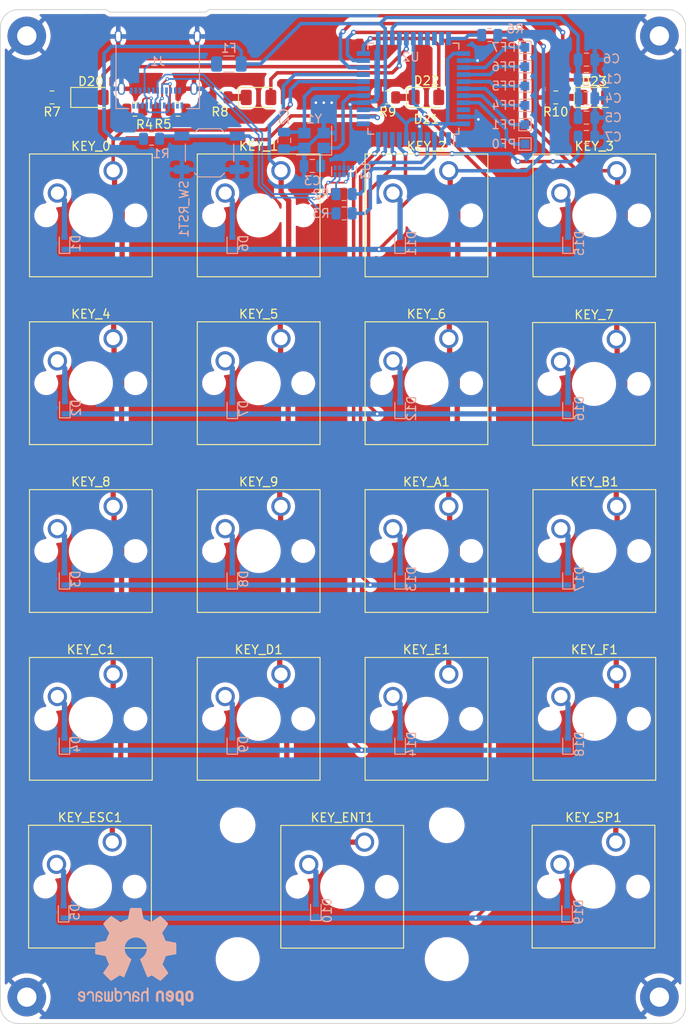
<source format=kicad_pcb>
(kicad_pcb (version 20210228) (generator pcbnew)
  (title_block (title "KiPad") (date "2021-04-15") (rev "A") (company "Brian S. Hong"))
  (layers (0 "F.Cu" signal) (31 "B.Cu" signal) (34 "B.Paste" user) (35 "F.Paste" user) (36 "B.SilkS" user "B.Silkscreen") (37 "F.SilkS" user "F.Silkscreen") (38 "B.Mask" user) (39 "F.Mask" user) (44 "Edge.Cuts" user))
  (net 0 "")
  (net 1 "GND")
  (net 2 "+5V")
  (net 3 "/XTAL1")
  (net 4 "/XTAL2")
  (net 5 "Net-(C7-Pad1)")
  (net 6 "/ROW0")
  (net 7 "/ROW1")
  (net 8 "/ROW2")
  (net 9 "/ROW3")
  (net 10 "/ROW4")
  (net 11 "Net-(D20-Pad2)")
  (net 12 "Net-(D20-Pad1)")
  (net 13 "Net-(D21-Pad2)")
  (net 14 "Net-(D21-Pad1)")
  (net 15 "Net-(D22-Pad2)")
  (net 16 "Net-(D22-Pad1)")
  (net 17 "Net-(D23-Pad2)")
  (net 18 "Net-(D23-Pad1)")
  (net 19 "VBUS")
  (net 21 "/DN")
  (net 22 "/DP")
  (net 23 "Net-(J1-PadB5)")
  (net 25 "Net-(J1-PadA5)")
  (net 26 "/COL0")
  (net 27 "/COL1")
  (net 28 "/COL2")
  (net 29 "/COL3")
  (net 30 "/RESET")
  (net 31 "Net-(R2-Pad2)")
  (net 32 "Net-(R3-Pad1)")
  (net 33 "Net-(R6-Pad1)")
  (net 34 "Net-(D1-Pad2)")
  (net 35 "Net-(D2-Pad2)")
  (net 36 "Net-(D3-Pad2)")
  (net 37 "Net-(D4-Pad2)")
  (net 39 "Net-(D5-Pad2)")
  (net 40 "Net-(D6-Pad2)")
  (net 41 "Net-(D7-Pad2)")
  (net 42 "Net-(D8-Pad2)")
  (net 43 "Net-(D9-Pad2)")
  (net 44 "Net-(D10-Pad2)")
  (net 55 "Net-(D11-Pad2)")
  (net 56 "Net-(D12-Pad2)")
  (net 57 "Net-(D13-Pad2)")
  (net 58 "Net-(D14-Pad2)")
  (net 59 "Net-(D15-Pad2)")
  (net 60 "Net-(D16-Pad2)")
  (net 61 "Net-(D17-Pad2)")
  (net 62 "Net-(D18-Pad2)")
  (net 63 "Net-(D19-Pad2)")
  (net 64 "Net-(PF0-Pad1)")
  (net 65 "Net-(PF1-Pad1)")
  (net 66 "Net-(PF4-Pad1)")
  (net 67 "Net-(PF5-Pad1)")
  (net 68 "Net-(PF6-Pad1)")
  (net 69 "Net-(PF7-Pad1)")
  (footprint "Button_Switch_Keyboard:SW_Cherry_MX_1.00u_PCB" (layer "F.Cu") (at 94.93 68.046)
    (fp_text reference "KEY_5")
    (fp_text value "SW_SPST")
  )
  (footprint "Button_Switch_Keyboard:SW_Cherry_MX_1.00u_PCB" (layer "F.Cu") (at 114.03 87.146)
    (fp_text reference "KEY_A1")
    (fp_text value "SW_SPST")
  )
  (footprint "Button_Switch_Keyboard:SW_Cherry_MX_1.00u_PCB" (layer "F.Cu") (at 133.04 125.346)
    (fp_text reference "KEY_SP1")
    (fp_text value "SW_SPST")
  )
  (footprint "Button_Switch_Keyboard:SW_Cherry_MX_1.00u_PCB" (layer "F.Cu") (at 133.14 87.146)
    (fp_text reference "KEY_B1")
    (fp_text value "SW_SPST")
  )
  (footprint "Resistor_SMD:R_0805_2012Metric" (layer "F.Cu") (at 107.0775 40.6 180)
    (fp_text reference "R9")
    (fp_text value "470")
  )
  (footprint "MountingHole:MountingHole_2.2mm_M2_Pad" (layer "F.Cu") (at 138 33.6)
    (fp_text reference "H2" hide)
    (fp_text value "MountingHole_Pad" hide)
  )
  (footprint "Button_Switch_Keyboard:SW_Cherry_MX_1.00u_PCB" (layer "F.Cu") (at 75.83 106.246)
    (fp_text reference "KEY_C1")
    (fp_text value "SW_SPST")
  )
  (footprint "MountingHole:MountingHole_2.2mm_M2_Pad" (layer "F.Cu") (at 138 143)
    (fp_text reference "H3" hide)
    (fp_text value "MountingHole_Pad" hide)
  )
  (footprint "LED_SMD:LED_1206_3216Metric" (layer "F.Cu") (at 111.49 40.6)
    (fp_text reference "D22")
    (fp_text value "L2")
  )
  (footprint "Resistor_SMD:R_0805_2012Metric" (layer "F.Cu") (at 87.99 40.6 180)
    (fp_text reference "R8")
    (fp_text value "470")
  )
  (footprint "Button_Switch_Keyboard:SW_Cherry_MX_1.00u_PCB" (layer "F.Cu") (at 114.03 68.046)
    (fp_text reference "KEY_6")
    (fp_text value "SW_SPST")
  )
  (footprint "Resistor_SMD:R_0805_2012Metric" (layer "F.Cu") (at 68.8775 40.6 180)
    (fp_text reference "R7")
    (fp_text value "470")
  )
  (footprint "Button_Switch_Keyboard:SW_Cherry_MX_1.00u_PCB" (layer "F.Cu") (at 114.03 48.946)
    (fp_text reference "KEY_2")
    (fp_text value "SW_SPST")
  )
  (footprint "Button_Switch_Keyboard:SW_Cherry_MX_1.00u_PCB" (layer "F.Cu") (at 94.93 106.246)
    (fp_text reference "KEY_D1")
    (fp_text value "SW_SPST")
  )
  (footprint "Resistor_SMD:R_0805_2012Metric" (layer "F.Cu") (at 83.2125 42 180)
    (fp_text reference "R5")
    (fp_text value "5.1k")
  )
  (footprint "LED_SMD:LED_1206_3216Metric" (layer "F.Cu") (at 73.29 40.6)
    (fp_text reference "D20")
    (fp_text value "L0")
  )
  (footprint "LED_SMD:LED_1206_3216Metric" (layer "F.Cu") (at 92.3775 40.6)
    (fp_text reference "D21")
    (fp_text value "L1")
  )
  (footprint "LED_SMD:LED_1206_3216Metric" (layer "F.Cu") (at 130.59 40.6)
    (fp_text reference "D23")
    (fp_text value "L3")
  )
  (footprint "Button_Switch_Keyboard:SW_Cherry_MX_1.00u_PCB" (layer "F.Cu") (at 133.14 106.246)
    (fp_text reference "KEY_F1")
    (fp_text value "SW_SPST")
  )
  (footprint "Button_Switch_Keyboard:SW_Cherry_MX_1.00u_PCB" (layer "F.Cu") (at 94.93 48.946)
    (fp_text reference "KEY_1")
    (fp_text value "SW_SPST")
  )
  (footprint "Button_Switch_Keyboard:SW_Cherry_MX_1.00u_PCB" (layer "F.Cu") (at 133.14 48.946)
    (fp_text reference "KEY_3")
    (fp_text value "SW_SPST")
  )
  (footprint "Resistor_SMD:R_0805_2012Metric" (layer "F.Cu") (at 126.2025 40.6 180)
    (fp_text reference "R10")
    (fp_text value "470")
  )
  (footprint "MountingHole:MountingHole_2.2mm_M2_Pad" (layer "F.Cu") (at 66 143)
    (fp_text reference "H4" hide)
    (fp_text value "MountingHole_Pad" hide)
  )
  (footprint "Button_Switch_Keyboard:SW_Cherry_MX_1.00u_PCB" (layer "F.Cu") (at 75.73 125.346)
    (fp_text reference "KEY_ESC1")
    (fp_text value "SW_SPST")
  )
  (footprint "Button_Switch_Keyboard:SW_Cherry_MX_1.00u_PCB" (layer "F.Cu") (at 114.03 106.246)
    (fp_text reference "KEY_E1")
    (fp_text value "SW_SPST")
  )
  (footprint "Button_Switch_Keyboard:SW_Cherry_MX_1.00u_PCB" (layer "F.Cu") (at 75.83 68.046)
    (fp_text reference "KEY_4")
    (fp_text value "SW_SPST")
  )
  (footprint "Resistor_SMD:R_0805_2012Metric" (layer "F.Cu") (at 78.3 42 180)
    (fp_text reference "R4")
    (fp_text value "5.1k")
  )
  (footprint "Button_Switch_Keyboard:SW_Cherry_MX_1.00u_PCB" (layer "F.Cu") (at 75.83 48.946)
    (fp_text reference "KEY_0")
    (fp_text value "SW_SPST")
  )
  (footprint "Button_Switch_Keyboard:SW_Cherry_MX_1.00u_PCB" (layer "F.Cu") (at 75.83 87.146)
    (fp_text reference "KEY_8")
    (fp_text value "SW_SPST")
  )
  (footprint "Button_Switch_Keyboard:SW_Cherry_MX_2.00u_PCB" (layer "F.Cu") (at 104.44 125.36)
    (fp_text reference "KEY_ENT1")
    (fp_text value "SW_SPST")
  )
  (footprint "MountingHole:MountingHole_2.2mm_M2_Pad" (layer "F.Cu") (at 66 33.6)
    (fp_text reference "H1" hide)
    (fp_text value "MountingHole_Pad" hide)
  )
  (footprint "Button_Switch_Keyboard:SW_Cherry_MX_1.00u_PCB" (layer "F.Cu") (at 94.93 87.146)
    (fp_text reference "KEY_9")
    (fp_text value "SW_SPST")
  )
  (footprint "Button_Switch_Keyboard:SW_Cherry_MX_1.00u_PCB" (layer "F.Cu") (at 133.1 68.126)
    (fp_text reference "KEY_7")
    (fp_text value "SW_SPST")
  )
  (footprint "Diode_SMD:D_SOD-523" (layer "B.Cu") (at 108.49 95.4 90)
    (fp_text reference "D13")
    (fp_text value "1N4148WT")
  )
  (footprint "Crystal:Crystal_SMD_3225-4Pin_3.2x2.5mm" (layer "B.Cu") (at 98.7 45.5 180)
    (fp_text reference "Y1")
    (fp_text value "16MHz")
  )
  (footprint "Diode_SMD:D_SOD-523" (layer "B.Cu") (at 70.29 114.2 90)
    (fp_text reference "D4")
    (fp_text value "1N4148WT")
  )
  (footprint "Capacitor_SMD:C_0805_2012Metric" (layer "B.Cu") (at 129.7 42.9)
    (fp_text reference "C5")
    (fp_text value "0.1u")
  )
  (footprint "Diode_SMD:D_SOD-523" (layer "B.Cu") (at 108.49 57.2 90)
    (fp_text reference "D11")
    (fp_text value "1N4148WT")
  )
  (footprint "Diode_SMD:D_SOD-523" (layer "B.Cu") (at 89.39 76 90)
    (fp_text reference "D7")
    (fp_text value "1N4148WT")
  )
  (footprint "TestPoint:TestPoint_Pad_1.0x1.0mm" (layer "B.Cu") (at 122.7 39.3 180)
    (fp_text reference "PF5")
    (fp_text value "TestPoint" hide)
  )
  (footprint "Diode_SMD:D_SOD-523" (layer "B.Cu") (at 127.6 57.2 90)
    (fp_text reference "D15")
    (fp_text value "1N4148WT")
  )
  (footprint "Diode_SMD:D_SOD-523" (layer "B.Cu") (at 70.29 95.4 90)
    (fp_text reference "D3")
    (fp_text value "1N4148WT")
  )
  (footprint "Button_Switch_SMD:SW_SPST_TL3342" (layer "B.Cu") (at 86.8 46.9)
    (fp_text reference "SW_RST1")
    (fp_text value "SW_Push")
  )
  (footprint "Diode_SMD:D_SOD-523" (layer "B.Cu") (at 127.5 133.3 90)
    (fp_text reference "D19")
    (fp_text value "1N4148WT")
  )
  (footprint "Diode_SMD:D_SOD-523" (layer "B.Cu") (at 127.6 114.2 90)
    (fp_text reference "D18")
    (fp_text value "1N4148WT")
  )
  (footprint "TestPoint:TestPoint_Pad_1.0x1.0mm" (layer "B.Cu") (at 122.7 43.7 180)
    (fp_text reference "PF1")
    (fp_text value "TestPoint" hide)
  )
  (footprint "Diode_SMD:D_SOD-523" (layer "B.Cu") (at 108.49 76 90)
    (fp_text reference "D12")
    (fp_text value "1N4148WT")
  )
  (footprint "Diode_SMD:D_SOD-523" (layer "B.Cu") (at 108.49 114.2 90)
    (fp_text reference "D14")
    (fp_text value "1N4148WT")
  )
  (footprint "Package_QFP:TQFP-44_10x10mm_P0.8mm" (layer "B.Cu") (at 110 39.6 90)
    (fp_text reference "U2")
    (fp_text value "ATmega32U4RC-A")
  )
  (footprint "Capacitor_SMD:C_0805_2012Metric" (layer "B.Cu") (at 95.3 45.5 90)
    (fp_text reference "C2")
    (fp_text value "22p")
  )
  (footprint "Connector_USB:USB_C_Receptacle_Amphenol_12401610E4-2A" (layer "B.Cu") (at 80.9 36.5)
    (fp_text reference "J1")
    (fp_text value "USB_C_Receptacle_USB2.0")
  )
  (footprint "Diode_SMD:D_SOD-523" (layer "B.Cu") (at 98.9 133.134 90)
    (fp_text reference "D10")
    (fp_text value "1N4148WT")
  )
  (footprint "Diode_SMD:D_SOD-523" (layer "B.Cu") (at 127.6 76 90)
    (fp_text reference "D16")
    (fp_text value "1N4148WT")
  )
  (footprint "Fuse:Fuse_1206_3216Metric" (layer "B.Cu") (at 89 36.8)
    (fp_text reference "F1")
    (fp_text value "500mA" hide)
  )
  (footprint "Resistor_SMD:R_0805_2012Metric" (layer "B.Cu") (at 102.1125 51.6)
    (fp_text reference "R2")
    (fp_text value "22")
  )
  (footprint "Diode_SMD:D_SOD-523" (layer "B.Cu") (at 89.39 95.4 90)
    (fp_text reference "D8")
    (fp_text value "1N4148WT")
  )
  (footprint "Capacitor_SMD:C_0805_2012Metric" (layer "B.Cu") (at 129.7 45.1)
    (fp_text reference "C7")
    (fp_text value "1u")
  )
  (footprint "Capacitor_SMD:C_0805_2012Metric" (layer "B.Cu") (at 129.7 40.7)
    (fp_text reference "C4")
    (fp_text value "0.1u")
  )
  (footprint "Capacitor_SMD:C_0805_2012Metric" (layer "B.Cu") (at 129.7 38.5)
    (fp_text reference "C1")
    (fp_text value "0.1u")
  )
  (footprint "Package_SON:USON-10_2.5x1.0mm_P0.5mm" (layer "B.Cu") (at 102.1 49 90)
    (fp_text reference "U3")
    (fp_text value "TPD4EUSB30")
  )
  (footprint "Capacitor_SMD:C_0805_2012Metric" (layer "B.Cu") (at 129.7 36.3)
    (fp_text reference "C6")
    (fp_text value "10u")
  )
  (footprint "Diode_SMD:D_SOD-523" (layer "B.Cu") (at 89.39 114.2 90)
    (fp_text reference "D9")
    (fp_text value "1N4148WT")
  )
  (footprint "TestPoint:TestPoint_Pad_1.0x1.0mm" (layer "B.Cu") (at 122.7 37.1 180)
    (fp_text reference "PF6")
    (fp_text value "TestPoint" hide)
  )
  (footprint "TestPoint:TestPoint_Pad_1.0x1.0mm" (layer "B.Cu") (at 122.7 45.9 180)
    (fp_text reference "PF0")
    (fp_text value "TestPoint" hide)
  )
  (footprint "Diode_SMD:D_SOD-523" (layer "B.Cu") (at 70.33 75.92 90)
    (fp_text reference "D2")
    (fp_text value "1N4148WT")
  )
  (footprint "Symbol:OSHW-Logo2_14.6x12mm_SilkScreen" (layer "B.Cu") (at 78.4 138.4 180)
    (fp_text reference "REF**" hide)
    (fp_text value "OSHW-Logo2_14.6x12mm_SilkScreen" hide)
  )
  (footprint "Diode_SMD:D_SOD-523" (layer "B.Cu") (at 89.39 57.2 90)
    (fp_text reference "D6")
    (fp_text value "1N4148WT")
  )
  (footprint "Resistor_SMD:R_0805_2012Metric" (layer "B.Cu") (at 80.2 45.3)
    (fp_text reference "R1")
    (fp_text value "10k")
  )
  (footprint "Resistor_SMD:R_0805_2012Metric" (layer "B.Cu") (at 102.1125 53.8 180)
    (fp_text reference "R3")
    (fp_text value "22")
  )
  (footprint "TestPoint:TestPoint_Pad_1.0x1.0mm" (layer "B.Cu") (at 122.7 34.9 180)
    (fp_text reference "PF7")
    (fp_text value "TestPoint" hide)
  )
  (footprint "Resistor_SMD:R_0805_2012Metric" (layer "B.Cu") (at 118.6875 33.5)
    (fp_text reference "R6")
    (fp_text value "10k")
  )
  (footprint "TestPoint:TestPoint_Pad_1.0x1.0mm" (layer "B.Cu") (at 122.7 41.5 180)
    (fp_text reference "PF4")
    (fp_text value "TestPoint" hide)
  )
  (footprint "Capacitor_SMD:C_0805_2012Metric" (layer "B.Cu") (at 98.5 48.4)
    (fp_text reference "C3")
    (fp_text value "22p")
  )
  (footprint "Diode_SMD:D_SOD-523" (layer "B.Cu") (at 70.19 133.3 90)
    (fp_text reference "D5")
    (fp_text value "1N4148WT")
  )
  (footprint "Diode_SMD:D_SOD-523" (layer "B.Cu") (at 70.29 57.2 90)
    (fp_text reference "D1")
    (fp_text value "1N4148WT")
  )
  (footprint "Diode_SMD:D_SOD-523" (layer "B.Cu") (at 127.6 95.4 90)
    (fp_text reference "D17")
    (fp_text value "1N4148WT")
  )
  (gr_arc (start 139 32.614214) (end 141 32.614214) (angle -90) (layer "Edge.Cuts") (width 0.1))
  (gr_arc (start 65 144) (end 65 146) (angle 90) (layer "Edge.Cuts") (width 0.1))
  (gr_arc (start 65 32.614214) (end 65 30.614214) (angle -90) (layer "Edge.Cuts") (width 0.1))
  (gr_line (start 75 30.6) (end 75.5 30.9) (layer "Edge.Cuts") (width 0.1))
  (gr_line (start 86.8 30.6) (end 139 30.614214) (layer "Edge.Cuts") (width 0.1))
  (gr_line (start 86.3 30.9) (end 86.8 30.6) (layer "Edge.Cuts") (width 0.1))
  (gr_line (start 141 32.614214) (end 141 144) (layer "Edge.Cuts") (width 0.1))
  (gr_line (start 75.5 30.9) (end 86.3 30.9) (layer "Edge.Cuts") (width 0.1))
  (gr_line (start 139 146) (end 65 146) (layer "Edge.Cuts") (width 0.1))
  (gr_arc (start 139 144) (end 139 146) (angle -90) (layer "Edge.Cuts") (width 0.1))
  (gr_line (start 63 144) (end 63 32.614214) (layer "Edge.Cuts") (width 0.1))
  (gr_line (start 65 30.614214) (end 75 30.6) (layer "Edge.Cuts") (width 0.1))
  (gr_text "Brian S. Hong" (at 125.8 143) (layer "F.Cu") (effects (font (size 1.5 1.5) (thickness 0.3))))
  (gr_text "KiPad - Rev. A" (at 79.1 143) (layer "F.Cu") (effects (font (size 1.5 1.5) (thickness 0.3))))
  (via (at 110.7 43.9) (size 0.6) (drill 0.3) (layers "F.Cu" "B.Cu") (net 1))
  (via (at 100.7 41.2) (size 0.6) (drill 0.3) (layers "F.Cu" "B.Cu") (net 1))
  (via (at 117.4 43.1) (size 0.6) (drill 0.3) (layers "F.Cu" "B.Cu") (net 1))
  (via (at 102.8 41.4) (size 0.6) (drill 0.3) (layers "F.Cu" "B.Cu") (net 1))
  (via (at 117.3 36.4) (size 0.6) (drill 0.3) (layers "F.Cu" "B.Cu") (net 1))
  (via (at 98.9 41.2) (size 0.6) (drill 0.3) (layers "F.Cu" "B.Cu") (net 1))
  (via (at 99.8 41.2) (size 0.6) (drill 0.3) (layers "F.Cu" "B.Cu") (net 1))
  (segment (start 97.77998 46.35) (end 99.47998 44.65) (width 0.4) (layer "B.Cu") (net 1))
  (segment (start 104.4 41.1) (end 104.3 41.2) (width 0.4) (layer "B.Cu") (net 1))
  (segment (start 117.1 42.8) (end 117.4 43.1) (width 0.4) (layer "B.Cu") (net 1))
  (segment (start 102.1 47.5) (end 102.3 47.3) (width 0.2) (layer "B.Cu") (net 1))
  (segment (start 97.6 46.35) (end 97.77998 46.35) (width 0.4) (layer "B.Cu") (net 1))
  (segment (start 119.6 34.1) (end 117.3 36.4) (width 0.4) (layer "B.Cu") (net 1))
  (segment (start 115.7 42.8) (end 117.1 42.8) (width 0.4) (layer "B.Cu") (net 1))
  (segment (start 110.8 45.3) (end 110.8 44) (width 0.4) (layer "B.Cu") (net 1))
  (segment (start 102.1 48.615) (end 102.1 47.5) (width 0.2) (layer "B.Cu") (net 1))
  (segment (start 106 40.44502) (end 105.34502 41.1) (width 0.4) (layer "B.Cu") (net 1))
  (segment (start 103 41.2) (end 102.8 41.4) (width 0.4) (layer "B.Cu") (net 1))
  (segment (start 104.3 41.2) (end 103 41.2) (width 0.4) (layer "B.Cu") (net 1))
  (segment (start 105.34502 41.1) (end 104.4 41.1) (width 0.4) (layer "B.Cu") (net 1))
  (segment (start 110.8 44) (end 110.7 43.9) (width 0.4) (layer "B.Cu") (net 1))
  (segment (start 119.6 33.5) (end 119.6 34.1) (width 0.4) (layer "B.Cu") (net 1))
  (segment (start 117.3 36.4) (end 115.7 36.4) (width 0.4) (layer "B.Cu") (net 1))
  (segment (start 102.1 49.385) (end 102.1 48.615) (width 0.2) (layer "B.Cu") (net 1))
  (segment (start 106 33.9) (end 106 40.44502) (width 0.4) (layer "B.Cu") (net 1))
  (segment (start 99.47998 44.65) (end 99.8 44.65) (width 0.4) (layer "B.Cu") (net 1))
  (segment (start 106.9 31.5) (end 126.7 31.5) (width 0.4) (layer "B.Cu") (net 2))
  (segment (start 126.7 31.5) (end 128.75 33.55) (width 0.4) (layer "B.Cu") (net 2))
  (segment (start 128.75 42.9) (end 128.75 36.3) (width 0.6) (layer "B.Cu") (net 2))
  (segment (start 74.8 35.6) (end 74.8 44.3) (width 0.4) (layer "B.Cu") (net 2))
  (segment (start 75.6 34.8) (end 74.8 35.6) (width 0.4) (layer "B.Cu") (net 2))
  (segment (start 90.4 35.3) (end 89.9 34.8) (width 0.4) (layer "B.Cu") (net 2))
  (segment (start 90.4 36.8) (end 92.6 36.8) (width 0.4) (layer "B.Cu") (net 2))
  (segment (start 92.6 36.8) (end 97.2 32.2) (width 0.4) (layer "B.Cu") (net 2))
  (segment (start 113.2 44.3) (end 113.9 43.6) (width 0.4) (layer "B.Cu") (net 2))
  (segment (start 109.7 43.1) (end 110.936017 43.1) (width 0.4) (layer "B.Cu") (net 2))
  (segment (start 109.2 45.3) (end 109.2 43.6) (width 0.4) (layer "B.Cu") (net 2))
  (segment (start 106.8 41.2) (end 106 42) (width 0.4) (layer "B.Cu") (net 2))
  (segment (start 89.9 34.8) (end 75.6 34.8) (width 0.4) (layer "B.Cu") (net 2))
  (segment (start 90.4 36.8) (end 90.4 35.3) (width 0.4) (layer "B.Cu") (net 2))
  (segment (start 113.9 43.6) (end 115.7 43.6) (width 0.4) (layer "B.Cu") (net 2))
  (segment (start 111.436017 43.6) (end 113.9 43.6) (width 0.4) (layer "B.Cu") (net 2))
  (segment (start 74.8 44.3) (end 75.8 45.3) (width 0.4) (layer "B.Cu") (net 2))
  (segment (start 115.7 35.6) (end 114.55 35.6) (width 0.4) (layer "B.Cu") (net 2))
  (segment (start 106.8 32.75) (end 106.8 33.9) (width 0.4) (layer "B.Cu") (net 2))
  (segment (start 113.2 45.3) (end 113.2 44.3) (width 0.4) (layer "B.Cu") (net 2))
  (segment (start 106.25 32.2) (end 106.8 32.75) (width 0.4) (layer "B.Cu") (net 2))
  (segment (start 106.25 32.15) (end 106.9 31.5) (width 0.4) (layer "B.Cu") (net 2))
  (segment (start 106.8 33.9) (end 106.8 41.2) (width 0.4) (layer "B.Cu") (net 2))
  (segment (start 75.8 45.3) (end 79.2875 45.3) (width 0.4) (layer "B.Cu") (net 2))
  (segment (start 106 42) (end 104.3 42) (width 0.4) (layer "B.Cu") (net 2))
  (segment (start 109.2 43.6) (end 106.8 41.2) (width 0.4) (layer "B.Cu") (net 2))
  (segment (start 109.2 43.6) (end 109.7 43.1) (width 0.4) (layer "B.Cu") (net 2))
  (segment (start 106.25 32.2) (end 106.25 32.15) (width 0.4) (layer "B.Cu") (net 2))
  (segment (start 113.9 36.25) (end 113.9 43.6) (width 0.4) (layer "B.Cu") (net 2))
  (segment (start 110.936017 43.1) (end 111.436017 43.6) (width 0.4) (layer "B.Cu") (net 2))
  (segment (start 114.55 35.6) (end 113.9 36.25) (width 0.4) (layer "B.Cu") (net 2))
  (segment (start 128.75 33.55) (end 128.75 36.3) (width 0.4) (layer "B.Cu") (net 2))
  (segment (start 97.2 32.2) (end 106.25 32.2) (width 0.4) (layer "B.Cu") (net 2))
  (segment (start 98.5 39.6) (end 104.3 39.6) (width 0.4) (layer "B.Cu") (net 3))
  (segment (start 95.3 44.55) (end 97.5 44.55) (width 0.4) (layer "B.Cu") (net 3))
  (segment (start 97.6 40.5) (end 98.5 39.6) (width 0.4) (layer "B.Cu") (net 3))
  (segment (start 97.6 44.65) (end 97.6 40.5) (width 0.4) (layer "B.Cu") (net 3))
  (segment (start 102 45.8) (end 102 41.2) (width 0.4) (layer "B.Cu") (net 4))
  (segment (start 102 41.2) (end 102.8 40.4) (width 0.4) (layer "B.Cu") (net 4))
  (segment (start 99.45 48.4) (end 99.45 46.7) (width 0.4) (layer "B.Cu") (net 4))
  (segment (start 99.8 46.35) (end 101.45 46.35) (width 0.4) (layer "B.Cu") (net 4))
  (segment (start 101.45 46.35) (end 102 45.8) (width 0.4) (layer "B.Cu") (net 4))
  (segment (start 102.8 40.4) (end 104.3 40.4) (width 0.4) (layer "B.Cu") (net 4))
  (segment (start 121.9 47.9) (end 125.9 47.9) (width 0.4) (layer "F.Cu") (net 5))
  (segment (start 110.4 47) (end 114.4 47) (width 0.4) (layer "F.Cu") (net 5))
  (via (at 110.4 47) (size 0.6) (drill 0.3) (layers "F.Cu" "B.Cu") (net 5))
  (via (at 114.4 47) (size 0.6) (drill 0.3) (layers "F.Cu" "B.Cu") (net 5))
  (via (at 121.9 47.9) (size 0.6) (drill 0.3) (layers "F.Cu" "B.Cu") (net 5))
  (via (at 125.9 47.9) (size 0.6) (drill 0.3) (layers "F.Cu" "B.Cu") (net 5))
  (segment (start 128 47.9) (end 128.75 47.15) (width 0.4) (layer "B.Cu") (net 5))
  (segment (start 125.9 47.9) (end 128 47.9) (width 0.4) (layer "B.Cu") (net 5))
  (segment (start 114.4 47) (end 121 47) (width 0.4) (layer "B.Cu") (net 5))
  (segment (start 110 46.6) (end 110.4 47) (width 0.4) (layer "B.Cu") (net 5))
  (segment (start 110 45.3) (end 110 46.6) (width 0.4) (layer "B.Cu") (net 5))
  (segment (start 128.75 47.15) (end 128.75 45.1) (width 0.4) (layer "B.Cu") (net 5))
  (segment (start 121 47) (end 121.9 47.9) (width 0.4) (layer "B.Cu") (net 5))
  (segment (start 109.8 51.9) (end 108.4 53.3) (width 0.4) (layer "F.Cu") (net 6))
  (segment (start 108.4 53.3) (end 108.4 55.6) (width 0.4) (layer "F.Cu") (net 6))
  (segment (start 109.1 49.7) (end 109.8 50.4) (width 0.4) (layer "F.Cu") (net 6))
  (segment (start 109.8 50.4) (end 109.8 51.9) (width 0.4) (layer "F.Cu") (net 6))
  (segment (start 109.1 47) (end 109.1 49.7) (width 0.4) (layer "F.Cu") (net 6))
  (segment (start 108.4 55.6) (end 106.1 57.9) (width 0.4) (layer "F.Cu") (net 6))
  (via (at 106.1 57.9) (size 0.6) (drill 0.3) (layers "F.Cu" "B.Cu") (net 6))
  (via (at 109.1 47) (size 0.6) (drill 0.3) (layers "F.Cu" "B.Cu") (net 6))
  (segment (start 108.4 46.3) (end 109.1 47) (width 0.4) (layer "B.Cu") (net 6))
  (segment (start 108.4 45.3) (end 108.4 46.3) (width 0.4) (layer "B.Cu") (net 6))
  (segment (start 106.1 57.9) (end 108.49 57.9) (width 0.6) (layer "B.Cu") (net 6))
  (segment (start 70.29 57.9) (end 89.39 57.9) (width 0.6) (layer "B.Cu") (net 6))
  (segment (start 108.49 57.9) (end 127.6 57.9) (width 0.6) (layer "B.Cu") (net 6))
  (segment (start 89.39 57.9) (end 106.1 57.9) (width 0.6) (layer "B.Cu") (net 6))
  (segment (start 104.9 75.64) (end 105.88 76.62) (width 0.4) (layer "F.Cu") (net 7))
  (segment (start 104.9 51.3) (end 104.9 75.64) (width 0.4) (layer "F.Cu") (net 7))
  (segment (start 107.8 47) (end 107.8 48.4) (width 0.4) (layer "F.Cu") (net 7))
  (segment (start 107.8 48.4) (end 104.9 51.3) (width 0.4) (layer "F.Cu") (net 7))
  (via (at 107.8 47) (size 0.6) (drill 0.3) (layers "F.Cu" "B.Cu") (net 7))
  (via (at 105.88 76.62) (size 0.6) (drill 0.3) (layers "F.Cu" "B.Cu") (net 7))
  (segment (start 127.52 76.62) (end 127.6 76.7) (width 0.6) (layer "B.Cu") (net 7))
  (segment (start 107.6 45.3) (end 107.6 46.8) (width 0.4) (layer "B.Cu") (net 7))
  (segment (start 105.88 76.62) (end 127.52 76.62) (width 0.6) (layer "B.Cu") (net 7))
  (segment (start 107.6 46.8) (end 107.8 47) (width 0.4) (layer "B.Cu") (net 7))
  (segment (start 70.33 76.62) (end 105.88 76.62) (width 0.6) (layer "B.Cu") (net 7))
  (segment (start 104 49.6) (end 104 95) (width 0.4) (layer "F.Cu") (net 8))
  (segment (start 106.6 47) (end 104 49.6) (width 0.4) (layer "F.Cu") (net 8))
  (segment (start 104 95) (end 105.1 96.1) (width 0.4) (layer "F.Cu") (net 8))
  (via (at 105.1 96.1) (size 0.6) (drill 0.3) (layers "F.Cu" "B.Cu") (net 8))
  (via (at 106.6 47) (size 0.6) (drill 0.3) (layers "F.Cu" "B.Cu") (net 8))
  (segment (start 106.8 45.3) (end 106.8 46.8) (width 0.4) (layer "B.Cu") (net 8))
  (segment (start 105.1 96.1) (end 127.6 96.1) (width 0.6) (layer "B.Cu") (net 8))
  (segment (start 70.29 96.1) (end 105.1 96.1) (width 0.6) (layer "B.Cu") (net 8))
  (segment (start 106.8 46.8) (end 106.6 47) (width 0.4) (layer "B.Cu") (net 8))
  (segment (start 103.2 114) (end 104.1 114.9) (width 0.4) (layer "F.Cu") (net 9))
  (segment (start 103.2 49.4) (end 103.2 114) (width 0.4) (layer "F.Cu") (net 9))
  (segment (start 105.6 47) (end 103.2 49.4) (width 0.4) (layer "F.Cu") (net 9))
  (via (at 105.6 47) (size 0.6) (drill 0.3) (layers "F.Cu" "B.Cu") (net 9))
  (via (at 104.1 114.9) (size 0.6) (drill 0.3) (layers "F.Cu" "B.Cu") (net 9))
  (segment (start 70.29 114.9) (end 104.1 114.9) (width 0.6) (layer "B.Cu") (net 9))
  (segment (start 106 46.6) (end 105.6 47) (width 0.4) (layer "B.Cu") (net 9))
  (segment (start 104.1 114.9) (end 127.6 114.9) (width 0.6) (layer "B.Cu") (net 9))
  (segment (start 106 45.3) (end 106 46.6) (width 0.4) (layer "B.Cu") (net 9))
  (segment (start 118.7 132.4) (end 117.1 134) (width 0.4) (layer "F.Cu") (net 10))
  (segment (start 111.3 42.5) (end 118.7 49.9) (width 0.4) (layer "F.Cu") (net 10))
  (segment (start 118.7 49.9) (end 118.7 132.4) (width 0.4) (layer "F.Cu") (net 10))
  (via (at 111.3 42.5) (size 0.6) (drill 0.3) (layers "F.Cu" "B.Cu") (net 10))
  (via (at 117.1 134) (size 0.6) (drill 0.3) (layers "F.Cu" "B.Cu") (net 10))
  (segment (start 117.1 134) (end 127.5 134) (width 0.6) (layer "B.Cu") (net 10))
  (segment (start 110 41.2) (end 111.3 42.5) (width 0.4) (layer "B.Cu") (net 10))
  (segment (start 110 33.9) (end 110 41.2) (width 0.4) (layer "B.Cu") (net 10))
  (segment (start 70.19 134) (end 117.1 134) (width 0.6) (layer "B.Cu") (net 10))
  (segment (start 95.9 37.1) (end 107.2 37.1) (width 0.4) (layer "F.Cu") (net 11))
  (segment (start 107.2 37.1) (end 108.2 36.1) (width 0.4) (layer "F.Cu") (net 11))
  (segment (start 75.6 37.1) (end 95.9 37.1) (width 0.4) (layer "F.Cu") (net 11))
  (segment (start 74.69 40.6) (end 74.69 38.01) (width 0.4) (layer "F.Cu") (net 11))
  (segment (start 74.69 38.01) (end 75.6 37.1) (width 0.4) (layer "F.Cu") (net 11))
  (segment (start 108.2 36.1) (end 109.2 35.1) (width 0.4) (layer "F.Cu") (net 11))
  (via (at 109.2 35.1) (size 0.6) (drill 0.3) (layers "F.Cu" "B.Cu") (net 11))
  (segment (start 109.2 35.1) (end 109.2 33.9) (width 0.4) (layer "B.Cu") (net 11))
  (segment (start 69.79 40.6) (end 71.89 40.6) (width 0.8) (layer "F.Cu") (net 12))
  (segment (start 93.7775 40.6) (end 93.7775 38.5225) (width 0.4) (layer "F.Cu") (net 13))
  (segment (start 94.5 37.8) (end 95.9 37.8) (width 0.4) (layer "F.Cu") (net 13))
  (segment (start 93.7775 38.5225) (end 94.5 37.8) (width 0.4) (layer "F.Cu") (net 13))
  (segment (start 95.9 37.8) (end 107.6 37.8) (width 0.4) (layer "F.Cu") (net 13))
  (segment (start 107.6 37.8) (end 108.4 37) (width 0.4) (layer "F.Cu") (net 13))
  (via (at 108.4 37) (size 0.6) (drill 0.3) (layers "F.Cu" "B.Cu") (net 13))
  (segment (start 108.4 37) (end 108.4 33.9) (width 0.4) (layer "B.Cu") (net 13))
  (segment (start 88.9025 40.6) (end 90.9775 40.6) (width 0.8) (layer "F.Cu") (net 14))
  (segment (start 112.89 40.6) (end 112.89 34.69) (width 0.4) (layer "F.Cu") (net 15))
  (segment (start 112.1 33.9) (end 105.1 33.9) (width 0.4) (layer "F.Cu") (net 15))
  (segment (start 112.89 34.69) (end 112.1 33.9) (width 0.4) (layer "F.Cu") (net 15))
  (via (at 105.1 33.9) (size 0.6) (drill 0.3) (layers "F.Cu" "B.Cu") (net 15))
  (segment (start 104.3 34.7) (end 105.1 33.9) (width 0.4) (layer "B.Cu") (net 15))
  (segment (start 104.3 35.6) (end 104.3 34.7) (width 0.4) (layer "B.Cu") (net 15))
  (segment (start 107.99 40.6) (end 110.09 40.6) (width 0.8) (layer "F.Cu") (net 16))
  (segment (start 127 37.9) (end 127.7 38.6) (width 0.4) (layer "F.Cu") (net 17))
  (segment (start 127.7 38.6) (end 130.8 38.6) (width 0.4) (layer "F.Cu") (net 17))
  (segment (start 131.99 39.79) (end 131.99 40.6) (width 0.4) (layer "F.Cu") (net 17))
  (segment (start 130.8 38.6) (end 131.99 39.79) (width 0.4) (layer "F.Cu") (net 17))
  (segment (start 127 33.2) (end 127 37.9) (width 0.4) (layer "F.Cu") (net 17))
  (via (at 127 33.2) (size 0.6) (drill 0.3) (layers "F.Cu" "B.Cu") (net 17))
  (segment (start 107.6 32.7) (end 108.1 32.2) (width 0.4) (layer "B.Cu") (net 17))
  (segment (start 126 32.2) (end 127 33.2) (width 0.4) (layer "B.Cu") (net 17))
  (segment (start 111.8 32.2) (end 126 32.2) (width 0.4) (layer "B.Cu") (net 17))
  (segment (start 108.1 32.2) (end 111.8 32.2) (width 0.4) (layer "B.Cu") (net 17))
  (segment (start 107.6 33.9) (end 107.6 32.7) (width 0.4) (layer "B.Cu") (net 17))
  (segment (start 127.115 40.6) (end 129.19 40.6) (width 0.8) (layer "F.Cu") (net 18))
  (segment (start 79.4 37.4) (end 80 36.8) (width 0.2) (layer "B.Cu") (net 19))
  (segment (start 79.899989 42.3) (end 81.92 42.3) (width 0.2) (layer "B.Cu") (net 19))
  (segment (start 82.15 42.07) (end 82.15 41.52) (width 0.2) (layer "B.Cu") (net 19))
  (segment (start 81.92 42.3) (end 82.15 42.07) (width 0.2) (layer "B.Cu") (net 19))
  (segment (start 79.65 41.52) (end 79.65 40.61002) (width 0.2) (layer "B.Cu") (net 19))
  (segment (start 82.15 41.52) (end 82.15 40.61002) (width 0.2) (layer "B.Cu") (net 19))
  (segment (start 79.65 42.050011) (end 79.899989 42.3) (width 0.2) (layer "B.Cu") (net 19))
  (segment (start 80 36.8) (end 87.6 36.8) (width 0.2) (layer "B.Cu") (net 19))
  (segment (start 79.4 39.82) (end 79.4 37.4) (width 0.2) (layer "B.Cu") (net 19))
  (segment (start 81.9 40.36002) (end 81.9 39.82) (width 0.2) (layer "B.Cu") (net 19))
  (segment (start 79.65 41.52) (end 79.65 42.050011) (width 0.2) (layer "B.Cu") (net 19))
  (segment (start 79.4 40.36002) (end 79.4 39.82) (width 0.2) (layer "B.Cu") (net 19))
  (segment (start 82.15 40.61002) (end 81.9 40.36002) (width 0.2) (layer "B.Cu") (net 19))
  (segment (start 79.65 40.61002) (end 79.4 40.36002) (width 0.2) (layer "B.Cu") (net 19))
  (segment (start 100 51.4) (end 100 50.6) (width 0.2) (layer "F.Cu") (net 21))
  (segment (start 81.4 40.7) (end 81.4 39.8) (width 0.2) (layer "F.Cu") (net 21))
  (segment (start 81.4 39.8) (end 81.4 39.1) (width 0.2) (layer "F.Cu") (net 21))
  (segment (start 81.4 39.1) (end 82 38.5) (width 0.2) (layer "F.Cu") (net 21))
  (segment (start 99.3 52.1) (end 99.4 52) (width 0.2) (layer "F.Cu") (net 21))
  (segment (start 100 50.6) (end 100.3 50.3) (width 0.2) (layer "F.Cu") (net 21))
  (segment (start 99.4 52) (end 100 51.4) (width 0.2) (layer "F.Cu") (net 21))
  (segment (start 100.3 50.3) (end 102.2 50.3) (width 0.2) (layer "F.Cu") (net 21))
  (segment (start 102.2 50.3) (end 102.3 50.2) (width 0.2) (layer "F.Cu") (net 21))
  (segment (start 98.7 52.1) (end 99.3 52.1) (width 0.2) (layer "F.Cu") (net 21))
  (via (at 102.3 50.2) (size 0.4) (drill 0.2) (layers "F.Cu" "B.Cu") (net 21))
  (via (at 82 38.5) (size 0.4) (drill 0.2) (layers "F.Cu" "B.Cu") (net 21))
  (via (at 81.4 40.7) (size 0.4) (drill 0.2) (layers "F.Cu" "B.Cu") (net 21))
  (via (at 98.7 52.1) (size 0.4) (drill 0.2) (layers "F.Cu" "B.Cu") (net 21))
  (via (at 100.3 50.3) (size 0.4) (drill 0.2) (layers "F.Cu" "B.Cu") (net 21))
  (segment (start 82 38.5) (end 86 38.5) (width 0.2) (layer "B.Cu") (net 21))
  (segment (start 81.15 40.95) (end 81.4 40.7) (width 0.2) (layer "B.Cu") (net 21))
  (segment (start 100.7 50.2) (end 101.1 49.8) (width 0.2) (layer "B.Cu") (net 21))
  (segment (start 98.6 52) (end 98.7 52.1) (width 0.2) (layer "B.Cu") (net 21))
  (segment (start 102.6 49.385) (end 102.6 49.9) (width 0.2) (layer "B.Cu") (net 21))
  (segment (start 92.39998 50.565694) (end 93.834286 52) (width 0.2) (layer "B.Cu") (net 21))
  (segment (start 100.4 50.2) (end 100.7 50.2) (width 0.2) (layer "B.Cu") (net 21))
  (segment (start 92.39998 48.30002) (end 92.39998 50.565694) (width 0.2) (layer "B.Cu") (net 21))
  (segment (start 99.7 53.8) (end 101.1625 53.8) (width 0.2) (layer "B.Cu") (net 21))
  (segment (start 102.6 49.9) (end 102.3 50.2) (width 0.2) (layer "B.Cu") (net 21))
  (segment (start 86 38.5) (end 92.4 44.9) (width 0.2) (layer "B.Cu") (net 21))
  (segment (start 97.9 52) (end 98.6 52) (width 0.2) (layer "B.Cu") (net 21))
  (segment (start 100.3 50.3) (end 100.4 50.2) (width 0.2) (layer "B.Cu") (net 21))
  (segment (start 81.15 41.52) (end 81.15 40.95) (width 0.2) (layer "B.Cu") (net 21))
  (segment (start 93.834286 52) (end 97.9 52) (width 0.2) (layer "B.Cu") (net 21))
  (segment (start 101.1 49.8) (end 101.1 49.385) (width 0.2) (layer "B.Cu") (net 21))
  (segment (start 92.4 44.9) (end 92.4 48.3) (width 0.2) (layer "B.Cu") (net 21))
  (segment (start 92.4 48.3) (end 92.39998 48.30002) (width 0.2) (layer "B.Cu") (net 21))
  (segment (start 97.9 52) (end 99.7 53.8) (width 0.2) (layer "B.Cu") (net 21))
  (segment (start 101.6 49.385) (end 101.6 50) (width 0.2) (layer "B.Cu") (net 22))
  (segment (start 94 51.6) (end 101.175 51.6) (width 0.2) (layer "B.Cu") (net 22))
  (segment (start 101.2 50.4) (end 101.2 51.6) (width 0.2) (layer "B.Cu") (net 22))
  (segment (start 85.5 38) (end 86.1 38) (width 0.2) (layer "B.Cu") (net 22))
  (segment (start 80.9 39.82) (end 80.9 38.859983) (width 0.2) (layer "B.Cu") (net 22))
  (segment (start 80.65 40.85) (end 80.9 40.6) (width 0.2) (layer "B.Cu") (net 22))
  (segment (start 101.6 50) (end 101.2 50.4) (width 0.2) (layer "B.Cu") (net 22))
  (segment (start 92.8 44.7) (end 92.8 50.4) (width 0.2) (layer "B.Cu") (net 22))
  (segment (start 85.49998 37.99998) (end 85.5 38) (width 0.2) (layer "B.Cu") (net 22))
  (segment (start 86.1 38) (end 92.8 44.7) (width 0.2) (layer "B.Cu") (net 22))
  (segment (start 92.8 50.4) (end 94 51.6) (width 0.2) (layer "B.Cu") (net 22))
  (segment (start 80.65 41.52) (end 80.65 40.85) (width 0.2) (layer "B.Cu") (net 22))
  (segment (start 80.9 40.6) (end 80.9 39.82) (width 0.2) (layer "B.Cu") (net 22))
  (segment (start 80.9 38.859983) (end 81.760003 37.99998) (width 0.2) (layer "B.Cu") (net 22))
  (segment (start 81.760003 37.99998) (end 85.49998 37.99998) (width 0.2) (layer "B.Cu") (net 22))
  (segment (start 82.3 39.6) (end 82.3 42) (width 0.2) (layer "F.Cu") (net 23))
  (segment (start 82.3 39.6) (end 82.3 39.069998) (width 0.2) (layer "F.Cu") (net 23))
  (via (at 82.3 39.069998) (size 0.4) (drill 0.2) (layers "F.Cu" "B.Cu") (net 23))
  (segment (start 81.4 39.82) (end 81.4 39.2) (width 0.2) (layer "B.Cu") (net 23))
  (segment (start 82.3 39.069998) (end 81.530002 39.069998) (width 0.2) (layer "B.Cu") (net 23))
  (segment (start 81.530002 39.069998) (end 81.4 39.2) (width 0.2) (layer "B.Cu") (net 23))
  (segment (start 79.4 40.7) (end 80.15 40.7) (width 0.2) (layer "F.Cu") (net 25))
  (segment (start 79.2125 40.8875) (end 79.4 40.7) (width 0.2) (layer "F.Cu") (net 25))
  (segment (start 79.2125 42) (end 79.2125 40.8875) (width 0.2) (layer "F.Cu") (net 25))
  (via (at 80.15 40.7) (size 0.4) (drill 0.2) (layers "F.Cu" "B.Cu") (net 25))
  (segment (start 80.15 41.52) (end 80.15 40.7) (width 0.2) (layer "B.Cu") (net 25))
  (segment (start 76.79 90.5) (end 76.79 101.1) (width 0.6) (layer "F.Cu") (net 26))
  (segment (start 75.93 87.146) (end 75.93 89.64) (width 0.6) (layer "F.Cu") (net 26))
  (segment (start 75.83 82.96) (end 75.83 87.146) (width 0.6) (layer "F.Cu") (net 26))
  (segment (start 76.79 101.1) (end 75.83 102.06) (width 0.6) (layer "F.Cu") (net 26))
  (segment (start 76.69 120.2) (end 75.73 121.16) (width 0.6) (layer "F.Cu") (net 26))
  (segment (start 75.83 106.246) (end 75.83 108.74) (width 0.6) (layer "F.Cu") (net 26))
  (segment (start 96 41.5) (end 93.2 44.3) (width 0.4) (layer "F.Cu") (net 26))
  (segment (start 76.85 52.307) (end 76.85 62.907) (width 0.6) (layer "F.Cu") (net 26))
  (segment (start 75.83 108.74) (end 76.69 109.6) (width 0.6) (layer "F.Cu") (net 26))
  (segment (start 75.83 45.47) (end 75.83 48.946) (width 0.4) (layer "F.Cu") (net 26))
  (segment (start 75.99 51.447) (end 76.85 52.307) (width 0.6) (layer "F.Cu") (net 26))
  (segment (start 77 44.3) (end 75.83 45.47) (width 0.4) (layer "F.Cu") (net 26))
  (segment (start 76.69 109.6) (end 76.69 120.2) (width 0.6) (layer "F.Cu") (net 26))
  (segment (start 75.89 63.867) (end 75.89 68.053) (width 0.6) (layer "F.Cu") (net 26))
  (segment (start 75.93 70.54) (end 76.79 71.4) (width 0.6) (layer "F.Cu") (net 26))
  (segment (start 75.73 121.16) (end 75.73 125.346) (width 0.6) (layer "F.Cu") (net 26))
  (segment (start 75.93 68.046) (end 75.93 70.54) (width 0.6) (layer "F.Cu") (net 26))
  (segment (start 75.99 48.953) (end 75.99 51.447) (width 0.6) (layer "F.Cu") (net 26))
  (segment (start 76.85 62.907) (end 75.89 63.867) (width 0.6) (layer "F.Cu") (net 26))
  (segment (start 96 41.4) (end 96 41.5) (width 0.4) (layer "F.Cu") (net 26))
  (segment (start 76.79 71.4) (end 76.79 82) (width 0.6) (layer "F.Cu") (net 26))
  (segment (start 93.2 44.3) (end 77 44.3) (width 0.4) (layer "F.Cu") (net 26))
  (segment (start 76.79 82) (end 75.83 82.96) (width 0.6) (layer "F.Cu") (net 26))
  (segment (start 75.83 102.06) (end 75.83 106.246) (width 0.6) (layer "F.Cu") (net 26))
  (segment (start 75.93 89.64) (end 76.79 90.5) (width 0.6) (layer "F.Cu") (net 26))
  (via (at 96 41.4) (size 0.6) (drill 0.3) (layers "F.Cu" "B.Cu") (net 26))
  (segment (start 96 39.7) (end 96 41.4) (width 0.4) (layer "B.Cu") (net 26))
  (segment (start 104.3 38.8) (end 96.9 38.8) (width 0.4) (layer "B.Cu") (net 26))
  (segment (start 96.9 38.8) (end 96 39.7) (width 0.4) (layer "B.Cu") (net 26))
  (segment (start 95.75 90.547) (end 95.75 101.147) (width 0.6) (layer "F.Cu") (net 27))
  (segment (start 94.79 102.107) (end 94.79 106.293) (width 0.6) (layer "F.Cu") (net 27))
  (segment (start 95.75 101.147) (end 94.79 102.107) (width 0.6) (layer "F.Cu") (net 27))
  (segment (start 94.89 68.093) (end 94.89 70.587) (width 0.6) (layer "F.Cu") (net 27))
  (segment (start 95.59 123.8) (end 97.15 125.36) (width 0.6) (layer "F.Cu") (net 27))
  (segment (start 94.93 108.54) (end 95.59 109.2) (width 0.6) (layer "F.Cu") (net 27))
  (segment (start 95.75 82.047) (end 94.79 83.007) (width 0.6) (layer "F.Cu") (net 27))
  (segment (start 97.15 125.36) (end 104.44 125.36) (width 0.6) (layer "F.Cu") (net 27))
  (segment (start 95.59 109.2) (end 95.59 123.8) (width 0.6) (layer "F.Cu") (net 27))
  (segment (start 94.85 63.914) (end 94.85 68.1) (width 0.6) (layer "F.Cu") (net 27))
  (segment (start 94.95 49) (end 94.95 51.494) (width 0.6) (layer "F.Cu") (net 27))
  (segment (start 94.89 87.193) (end 94.89 89.687) (width 0.6) (layer "F.Cu") (net 27))
  (segment (start 95.81 52.354) (end 95.81 62.954) (width 0.6) (layer "F.Cu") (net 27))
  (segment (start 94.89 70.587) (end 95.75 71.447) (width 0.6) (layer "F.Cu") (net 27))
  (segment (start 95.81 62.954) (end 94.85 63.914) (width 0.6) (layer "F.Cu") (net 27))
  (segment (start 94.89 89.687) (end 95.75 90.547) (width 0.6) (layer "F.Cu") (net 27))
  (segment (start 94.93 106.246) (end 94.93 108.54) (width 0.6) (layer "F.Cu") (net 27))
  (segment (start 94.95 51.494) (end 95.81 52.354) (width 0.6) (layer "F.Cu") (net 27))
  (segment (start 94.79 83.007) (end 94.79 87.193) (width 0.6) (layer "F.Cu") (net 27))
  (segment (start 95.75 71.447) (end 95.75 82.047) (width 0.6) (layer "F.Cu") (net 27))
  (segment (start 95.2 39.3) (end 95.2 42.2) (width 0.4) (layer "B.Cu") (net 27))
  (segment (start 93.6 43.8) (end 93.6 47.616) (width 0.4) (layer "B.Cu") (net 27))
  (segment (start 96.499989 38.000011) (end 95.2 39.3) (width 0.4) (layer "B.Cu") (net 27))
  (segment (start 95.2 42.2) (end 93.6 43.8) (width 0.4) (layer "B.Cu") (net 27))
  (segment (start 104.3 38) (end 103.15 38) (width 0.4) (layer "B.Cu") (net 27))
  (segment (start 103.15 38) (end 103.149989 38.000011) (width 0.4) (layer "B.Cu") (net 27))
  (segment (start 93.6 47.616) (end 94.93 48.946) (width 0.4) (layer "B.Cu") (net 27))
  (segment (start 103.149989 38.000011) (end 96.499989 38.000011) (width 0.4) (layer "B.Cu") (net 27))
  (segment (start 114.13 87.146) (end 114.13 89.64) (width 0.6) (layer "F.Cu") (net 28))
  (segment (start 114.13 70.54) (end 114.99 71.4) (width 0.6) (layer "F.Cu") (net 28))
  (segment (start 102.9 32.2) (end 104.8 32.2) (width 0.4) (layer "F.Cu") (net 28))
  (segment (start 114.03 102.06) (end 114.03 106.246) (width 0.6) (layer "F.Cu") (net 28))
  (segment (start 114.99 82) (end 114.03 82.96) (width 0.6) (layer "F.Cu") (net 28))
  (segment (start 114.19 48.953) (end 114.19 51.447) (width 0.6) (layer "F.Cu") (net 28))
  (segment (start 114.99 90.5) (end 114.99 101.1) (width 0.6) (layer "F.Cu") (net 28))
  (segment (start 104.8 32.2) (end 122.2 32.2) (width 0.4) (layer "F.Cu") (net 28))
  (segment (start 114.03 82.96) (end 114.03 87.146) (width 0.6) (layer "F.Cu") (net 28))
  (segment (start 122.2 32.2) (end 124.8 34.8) (width 0.4) (layer "F.Cu") (net 28))
  (segment (start 102 33.1) (end 102.9 32.2) (width 0.4) (layer "F.Cu") (net 28))
  (segment (start 115.05 62.907) (end 114.09 63.867) (width 0.6) (layer "F.Cu") (net 28))
  (segment (start 114.09 63.867) (end 114.09 68.053) (width 0.6) (layer "F.Cu") (net 28))
  (segment (start 114.13 68.046) (end 114.13 70.54) (width 0.6) (layer "F.Cu") (net 28))
  (segment (start 114.99 71.4) (end 114.99 82) (width 0.6) (layer "F.Cu") (net 28))
  (segment (start 114.99 101.1) (end 114.03 102.06) (width 0.6) (layer "F.Cu") (net 28))
  (segment (start 114.19 51.447) (end 115.05 52.307) (width 0.6) (layer "F.Cu") (net 28))
  (segment (start 114.13 89.64) (end 114.99 90.5) (width 0.6) (layer "F.Cu") (net 28))
  (segment (start 115.05 52.307) (end 115.05 62.907) (width 0.6) (layer "F.Cu") (net 28))
  (via (at 102 33.1) (size 0.6) (drill 0.3) (layers "F.Cu" "B.Cu") (net 28))
  (via (at 124.8 34.8) (size 0.6) (drill 0.3) (layers "F.Cu" "B.Cu") (net 28))
  (segment (start 101.7 33.4) (end 102 33.1) (width 0.4) (layer "B.Cu") (net 28))
  (segment (start 124.8 47) (end 122.854 48.946) (width 0.4) (layer "B.Cu") (net 28))
  (segment (start 122.854 48.946) (end 114.03 48.946) (width 0.4) (layer "B.Cu") (net 28))
  (segment (start 104.3 37.2) (end 102.7 37.2) (width 0.4) (layer "B.Cu") (net 28))
  (segment (start 124.8 34.8) (end 124.8 47) (width 0.4) (layer "B.Cu") (net 28))
  (segment (start 102.7 37.2) (end 101.7 36.2) (width 0.4) (layer "B.Cu") (net 28))
  (segment (start 101.7 36.2) (end 101.7 33.4) (width 0.4) (layer "B.Cu") (net 28))
  (segment (start 133.09 82.96) (end 133.09 87.146) (width 0.6) (layer "F.Cu") (net 29))
  (segment (start 133.15 63.867) (end 133.15 68.053) (width 0.6) (layer "F.Cu") (net 29))
  (segment (start 133.19 68.046) (end 133.19 70.54) (width 0.6) (layer "F.Cu") (net 29))
  (segment (start 134.11 62.907) (end 133.15 63.867) (width 0.6) (layer "F.Cu") (net 29))
  (segment (start 134.05 82) (end 133.09 82.96) (width 0.6) (layer "F.Cu") (net 29))
  (segment (start 134.05 71.4) (end 134.05 82) (width 0.6) (layer "F.Cu") (net 29))
  (segment (start 103.2 33.2) (end 121.4 33.2) (width 0.4) (layer "F.Cu") (net 29))
  (segment (start 134.05 101.1) (end 133.09 102.06) (width 0.6) (layer "F.Cu") (net 29))
  (segment (start 133.19 70.54) (end 134.05 71.4) (width 0.6) (layer "F.Cu") (net 29))
  (segment (start 133.14 106.246) (end 133.14 108.74) (width 0.6) (layer "F.Cu") (net 29))
  (segment (start 133.14 108.74) (end 134 109.6) (width 0.6) (layer "F.Cu") (net 29))
  (segment (start 134 120.2) (end 133.04 121.16) (width 0.6) (layer "F.Cu") (net 29))
  (segment (start 134.11 52.307) (end 134.11 62.907) (width 0.6) (layer "F.Cu") (net 29))
  (segment (start 133.09 102.06) (end 133.09 106.246) (width 0.6) (layer "F.Cu") (net 29))
  (segment (start 128.646 48.946) (end 133.14 48.946) (width 0.4) (layer "F.Cu") (net 29))
  (segment (start 133.19 87.146) (end 133.19 89.64) (width 0.6) (layer "F.Cu") (net 29))
  (segment (start 134 109.6) (end 134 120.2) (width 0.6) (layer "F.Cu") (net 29))
  (segment (start 133.25 51.447) (end 134.11 52.307) (width 0.6) (layer "F.Cu") (net 29))
  (segment (start 133.25 48.953) (end 133.25 51.447) (width 0.6) (layer "F.Cu") (net 29))
  (segment (start 122.7 34.5) (end 122.7 43) (width 0.4) (layer "F.Cu") (net 29))
  (segment (start 133.04 121.16) (end 133.04 125.346) (width 0.6) (layer "F.Cu") (net 29))
  (segment (start 133.19 89.64) (end 134.05 90.5) (width 0.6) (layer "F.Cu") (net 29))
  (segment (start 121.4 33.2) (end 122.7 34.5) (width 0.4) (layer "F.Cu") (net 29))
  (segment (start 122.7 43) (end 128.646 48.946) (width 0.4) (layer "F.Cu") (net 29))
  (segment (start 134.05 90.5) (end 134.05 101.1) (width 0.6) (layer "F.Cu") (net 29))
  (via (at 103.2 33.2) (size 0.6) (drill 0.3) (layers "F.Cu" "B.Cu") (net 29))
  (segment (start 102.5 33.9) (end 103.2 33.2) (width 0.4) (layer "B.Cu") (net 29))
  (segment (start 103.15 36.4) (end 102.5 35.75) (width 0.4) (layer "B.Cu") (net 29))
  (segment (start 102.5 35.1) (end 102.5 33.9) (width 0.4) (layer "B.Cu") (net 29))
  (segment (start 102.5 35.75) (end 102.5 35.1) (width 0.4) (layer "B.Cu") (net 29))
  (segment (start 104.3 36.4) (end 103.15 36.4) (width 0.4) (layer "B.Cu") (net 29))
  (segment (start 96.1 42.7) (end 105.7 42.7) (width 0.4) (layer "F.Cu") (net 30))
  (segment (start 91.7 45.4) (end 93.4 45.4) (width 0.4) (layer "F.Cu") (net 30))
  (segment (start 93.4 45.4) (end 96.1 42.7) (width 0.4) (layer "F.Cu") (net 30))
  (segment (start 105.7 42.7) (end 105.9 42.9) (width 0.4) (layer "F.Cu") (net 30))
  (via (at 105.9 42.9) (size 0.6) (drill 0.3) (layers "F.Cu" "B.Cu") (net 30))
  (via (at 91.7 45.4) (size 0.6) (drill 0.3) (layers "F.Cu" "B.Cu") (net 30))
  (segment (start 104.3 42.8) (end 105.8 42.8) (width 0.4) (layer "B.Cu") (net 30))
  (segment (start 105.8 42.8) (end 105.9 42.9) (width 0.4) (layer "B.Cu") (net 30))
  (segment (start 89.95 45) (end 91.3 45) (width 0.4) (layer "B.Cu") (net 30))
  (segment (start 83.65 45) (end 81.4125 45) (width 0.4) (layer "B.Cu") (net 30))
  (segment (start 81.4125 45) (end 81.1125 45.3) (width 0.4) (layer "B.Cu") (net 30))
  (segment (start 91.3 45) (end 91.7 45.4) (width 0.4) (layer "B.Cu") (net 30))
  (segment (start 83.65 45) (end 89.95 45) (width 0.4) (layer "B.Cu") (net 30))
  (segment (start 104.4 51.1) (end 104.4 48.8) (width 0.4) (layer "B.Cu") (net 31))
  (segment (start 111.6 47.3) (end 111.6 45.3) (width 0.4) (layer "B.Cu") (net 31))
  (segment (start 103.025 51.6) (end 103.9 51.6) (width 0.4) (layer "B.Cu") (net 31))
  (segment (start 105.2 48) (end 110.9 48) (width 0.4) (layer "B.Cu") (net 31))
  (segment (start 110.9 48) (end 111.6 47.3) (width 0.4) (layer "B.Cu") (net 31))
  (segment (start 104.4 48.8) (end 105.2 48) (width 0.4) (layer "B.Cu") (net 31))
  (segment (start 103.9 51.6) (end 104.4 51.1) (width 0.4) (layer "B.Cu") (net 31))
  (segment (start 112.4 47.5) (end 112.4 45.3) (width 0.4) (layer "B.Cu") (net 32))
  (segment (start 105.1 53.2) (end 105.1 49) (width 0.4) (layer "B.Cu") (net 32))
  (segment (start 105.1 49) (end 105.4 48.7) (width 0.4) (layer "B.Cu") (net 32))
  (segment (start 103.025 53.8) (end 104.5 53.8) (width 0.4) (layer "B.Cu") (net 32))
  (segment (start 111.2 48.7) (end 112.4 47.5) (width 0.4) (layer "B.Cu") (net 32))
  (segment (start 105.4 48.7) (end 111.2 48.7) (width 0.4) (layer "B.Cu") (net 32))
  (segment (start 104.5 53.8) (end 105.1 53.2) (width 0.4) (layer "B.Cu") (net 32))
  (segment (start 117.775 33.5) (end 116.3 33.5) (width 0.4) (layer "B.Cu") (net 33))
  (segment (start 115.9 33.9) (end 114 33.9) (width 0.4) (layer "B.Cu") (net 33))
  (segment (start 116.3 33.5) (end 115.9 33.9) (width 0.4) (layer "B.Cu") (net 33))
  (segment (start 70.29 56.5) (end 70.29 52.296) (width 0.6) (layer "B.Cu") (net 34))
  (segment (start 70.29 52.296) (end 69.48 51.486) (width 0.6) (layer "B.Cu") (net 34))
  (segment (start 70.33 71.436) (end 69.48 70.586) (width 0.6) (layer "B.Cu") (net 35))
  (segment (start 70.33 75.22) (end 70.33 71.436) (width 0.6) (layer "B.Cu") (net 35))
  (segment (start 70.29 94.7) (end 70.29 90.496) (width 0.6) (layer "B.Cu") (net 36))
  (segment (start 70.29 90.496) (end 69.48 89.686) (width 0.6) (layer "B.Cu") (net 36))
  (segment (start 70.29 109.596) (end 69.48 108.786) (width 0.6) (layer "B.Cu") (net 37))
  (segment (start 70.29 113.5) (end 70.29 109.596) (width 0.6) (layer "B.Cu") (net 37))
  (segment (start 70.19 132.6) (end 70.19 128.696) (width 0.6) (layer "B.Cu") (net 39))
  (segment (start 70.19 128.696) (end 69.38 127.886) (width 0.6) (layer "B.Cu") (net 39))
  (segment (start 89.39 56.5) (end 89.39 52.296) (width 0.6) (layer "B.Cu") (net 40))
  (segment (start 89.39 52.296) (end 88.58 51.486) (width 0.6) (layer "B.Cu") (net 40))
  (segment (start 89.39 75.3) (end 89.39 71.396) (width 0.6) (layer "B.Cu") (net 41))
  (segment (start 89.39 71.396) (end 88.58 70.586) (width 0.6) (layer "B.Cu") (net 41))
  (segment (start 89.39 94.7) (end 89.39 90.496) (width 0.6) (layer "B.Cu") (net 42))
  (segment (start 89.39 90.496) (end 88.58 89.686) (width 0.6) (layer "B.Cu") (net 42))
  (segment (start 89.39 109.596) (end 88.58 108.786) (width 0.6) (layer "B.Cu") (net 43))
  (segment (start 89.39 113.5) (end 89.39 109.596) (width 0.6) (layer "B.Cu") (net 43))
  (segment (start 98.9 128.71) (end 98.09 127.9) (width 0.6) (layer "B.Cu") (net 44))
  (segment (start 98.9 132.434) (end 98.9 128.71) (width 0.6) (layer "B.Cu") (net 44))
  (segment (start 108.49 52.296) (end 107.68 51.486) (width 0.6) (layer "B.Cu") (net 55))
  (segment (start 108.49 56.5) (end 108.49 52.296) (width 0.6) (layer "B.Cu") (net 55))
  (segment (start 108.49 71.396) (end 107.68 70.586) (width 0.6) (layer "B.Cu") (net 56))
  (segment (start 108.49 75.3) (end 108.49 71.396) (width 0.6) (layer "B.Cu") (net 56))
  (segment (start 108.49 94.7) (end 108.49 90.496) (width 0.6) (layer "B.Cu") (net 57))
  (segment (start 108.49 90.496) (end 107.68 89.686) (width 0.6) (layer "B.Cu") (net 57))
  (segment (start 108.49 113.5) (end 108.49 109.596) (width 0.6) (layer "B.Cu") (net 58))
  (segment (start 108.49 109.596) (end 107.68 108.786) (width 0.6) (layer "B.Cu") (net 58))
  (segment (start 127.6 56.5) (end 127.6 52.296) (width 0.6) (layer "B.Cu") (net 59))
  (segment (start 127.6 52.296) (end 126.79 51.486) (width 0.6) (layer "B.Cu") (net 59))
  (segment (start 127.6 75.3) (end 127.6 71.516) (width 0.6) (layer "B.Cu") (net 60))
  (segment (start 127.6 71.516) (end 126.75 70.666) (width 0.6) (layer "B.Cu") (net 60))
  (segment (start 127.6 90.496) (end 126.79 89.686) (width 0.6) (layer "B.Cu") (net 61))
  (segment (start 127.6 94.7) (end 127.6 90.496) (width 0.6) (layer "B.Cu") (net 61))
  (segment (start 127.6 109.596) (end 126.79 108.786) (width 0.6) (layer "B.Cu") (net 62))
  (segment (start 127.6 113.5) (end 127.6 109.596) (width 0.6) (layer "B.Cu") (net 62))
  (segment (start 127.5 132.6) (end 127.5 128.696) (width 0.6) (layer "B.Cu") (net 63))
  (segment (start 127.5 128.696) (end 126.69 127.886) (width 0.6) (layer "B.Cu") (net 63))
  (segment (start 121.3 45.9) (end 122.7 45.9) (width 0.4) (layer "B.Cu") (net 64))
  (segment (start 120.6 44.3) (end 120.6 45.2) (width 0.4) (layer "B.Cu") (net 64))
  (segment (start 115.7 41.2) (end 117.5 41.2) (width 0.4) (layer "B.Cu") (net 64))
  (segment (start 117.5 41.2) (end 120.6 44.3) (width 0.4) (layer "B.Cu") (net 64))
  (segment (start 120.6 45.2) (end 121.3 45.9) (width 0.4) (layer "B.Cu") (net 64))
  (segment (start 117.8 40.4) (end 121.1 43.7) (width 0.4) (layer "B.Cu") (net 65))
  (segment (start 115.7 40.4) (end 117.8 40.4) (width 0.4) (layer "B.Cu") (net 65))
  (segment (start 121.1 43.7) (end 122.7 43.7) (width 0.4) (layer "B.Cu") (net 65))
  (segment (start 115.7 39.6) (end 118.2 39.6) (width 0.4) (layer "B.Cu") (net 66))
  (segment (start 118.2 39.6) (end 120.1 41.5) (width 0.4) (layer "B.Cu") (net 66))
  (segment (start 120.1 41.5) (end 122.7 41.5) (width 0.4) (layer "B.Cu") (net 66))
  (segment (start 119.2 39.3) (end 122.7 39.3) (width 0.4) (layer "B.Cu") (net 67))
  (segment (start 115.7 38.8) (end 118.7 38.8) (width 0.4) (layer "B.Cu") (net 67))
  (segment (start 118.7 38.8) (end 119.2 39.3) (width 0.4) (layer "B.Cu") (net 67))
  (segment (start 115.7 38) (end 118.7 38) (width 0.4) (layer "B.Cu") (net 68))
  (segment (start 119.6 37.1) (end 122.7 37.1) (width 0.4) (layer "B.Cu") (net 68))
  (segment (start 118.7 38) (end 119.6 37.1) (width 0.4) (layer "B.Cu") (net 68))
  (segment (start 120.5 34.9) (end 122.7 34.9) (width 0.4) (layer "B.Cu") (net 69))
  (segment (start 118.2 37.2) (end 120.5 34.9) (width 0.4) (layer "B.Cu") (net 69))
  (segment (start 115.7 37.2) (end 118.2 37.2) (width 0.4) (layer "B.Cu") (net 69))
  (zone (net 1) (net_name "GND") (layers F&B.Cu) (connect_pads (clearance 0.508)) (min_thickness 0.254) (fill yes (thermal_gap 0.508) (thermal_bridge_width 0.508))
    (polygon (pts (xy 141 146) (xy 63 146) (xy 63 30.6) (xy 141 30.6)))
  )
)
</source>
